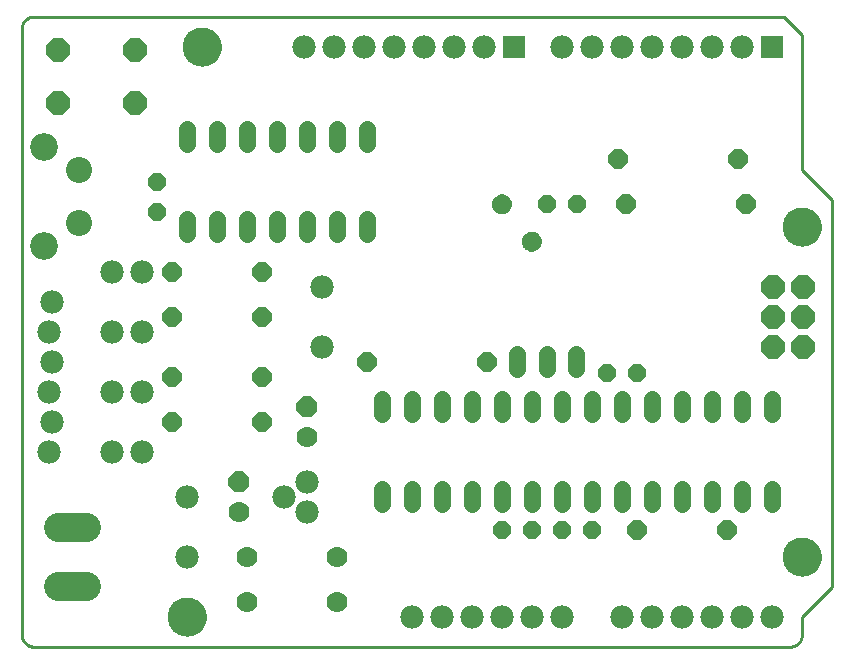
<source format=gbs>
G75*
%MOIN*%
%OFA0B0*%
%FSLAX25Y25*%
%IPPOS*%
%LPD*%
%AMOC8*
5,1,8,0,0,1.08239X$1,22.5*
%
%ADD10C,0.01000*%
%ADD11C,0.00000*%
%ADD12C,0.12998*%
%ADD13C,0.07800*%
%ADD14R,0.07800X0.07800*%
%ADD15OC8,0.07800*%
%ADD16C,0.05600*%
%ADD17OC8,0.06400*%
%ADD18C,0.07000*%
%ADD19OC8,0.07000*%
%ADD20OC8,0.06000*%
%ADD21C,0.00500*%
%ADD22C,0.09770*%
%ADD23OC8,0.07900*%
%ADD24C,0.08697*%
%ADD25C,0.09258*%
%ADD26C,0.03746*%
D10*
X0006695Y0005737D02*
X0006695Y0207863D01*
X0006697Y0207987D01*
X0006703Y0208110D01*
X0006712Y0208234D01*
X0006726Y0208356D01*
X0006743Y0208479D01*
X0006765Y0208601D01*
X0006790Y0208722D01*
X0006819Y0208842D01*
X0006851Y0208961D01*
X0006888Y0209080D01*
X0006928Y0209197D01*
X0006971Y0209312D01*
X0007019Y0209427D01*
X0007070Y0209539D01*
X0007124Y0209650D01*
X0007182Y0209760D01*
X0007243Y0209867D01*
X0007308Y0209973D01*
X0007376Y0210076D01*
X0007447Y0210177D01*
X0007521Y0210276D01*
X0007598Y0210373D01*
X0007679Y0210467D01*
X0007762Y0210558D01*
X0007848Y0210647D01*
X0007937Y0210733D01*
X0008028Y0210816D01*
X0008122Y0210897D01*
X0008219Y0210974D01*
X0008318Y0211048D01*
X0008419Y0211119D01*
X0008522Y0211187D01*
X0008628Y0211252D01*
X0008735Y0211313D01*
X0008845Y0211371D01*
X0008956Y0211425D01*
X0009068Y0211476D01*
X0009183Y0211524D01*
X0009298Y0211567D01*
X0009415Y0211607D01*
X0009534Y0211644D01*
X0009653Y0211676D01*
X0009773Y0211705D01*
X0009894Y0211730D01*
X0010016Y0211752D01*
X0010139Y0211769D01*
X0010261Y0211783D01*
X0010385Y0211792D01*
X0010508Y0211798D01*
X0010632Y0211800D01*
X0260695Y0211800D01*
X0266695Y0205800D01*
X0266695Y0160800D01*
X0276695Y0150800D01*
X0276695Y0021800D01*
X0266695Y0011800D01*
X0266695Y0005737D01*
X0266693Y0005613D01*
X0266687Y0005490D01*
X0266678Y0005366D01*
X0266664Y0005244D01*
X0266647Y0005121D01*
X0266625Y0004999D01*
X0266600Y0004878D01*
X0266571Y0004758D01*
X0266539Y0004639D01*
X0266502Y0004520D01*
X0266462Y0004403D01*
X0266419Y0004288D01*
X0266371Y0004173D01*
X0266320Y0004061D01*
X0266266Y0003950D01*
X0266208Y0003840D01*
X0266147Y0003733D01*
X0266082Y0003627D01*
X0266014Y0003524D01*
X0265943Y0003423D01*
X0265869Y0003324D01*
X0265792Y0003227D01*
X0265711Y0003133D01*
X0265628Y0003042D01*
X0265542Y0002953D01*
X0265453Y0002867D01*
X0265362Y0002784D01*
X0265268Y0002703D01*
X0265171Y0002626D01*
X0265072Y0002552D01*
X0264971Y0002481D01*
X0264868Y0002413D01*
X0264762Y0002348D01*
X0264655Y0002287D01*
X0264545Y0002229D01*
X0264434Y0002175D01*
X0264322Y0002124D01*
X0264207Y0002076D01*
X0264092Y0002033D01*
X0263975Y0001993D01*
X0263856Y0001956D01*
X0263737Y0001924D01*
X0263617Y0001895D01*
X0263496Y0001870D01*
X0263374Y0001848D01*
X0263251Y0001831D01*
X0263129Y0001817D01*
X0263005Y0001808D01*
X0262882Y0001802D01*
X0262758Y0001800D01*
X0010632Y0001800D01*
X0010508Y0001802D01*
X0010385Y0001808D01*
X0010261Y0001817D01*
X0010139Y0001831D01*
X0010016Y0001848D01*
X0009894Y0001870D01*
X0009773Y0001895D01*
X0009653Y0001924D01*
X0009534Y0001956D01*
X0009415Y0001993D01*
X0009298Y0002033D01*
X0009183Y0002076D01*
X0009068Y0002124D01*
X0008956Y0002175D01*
X0008845Y0002229D01*
X0008735Y0002287D01*
X0008628Y0002348D01*
X0008522Y0002413D01*
X0008419Y0002481D01*
X0008318Y0002552D01*
X0008219Y0002626D01*
X0008122Y0002703D01*
X0008028Y0002784D01*
X0007937Y0002867D01*
X0007848Y0002953D01*
X0007762Y0003042D01*
X0007679Y0003133D01*
X0007598Y0003227D01*
X0007521Y0003324D01*
X0007447Y0003423D01*
X0007376Y0003524D01*
X0007308Y0003627D01*
X0007243Y0003733D01*
X0007182Y0003840D01*
X0007124Y0003950D01*
X0007070Y0004061D01*
X0007019Y0004173D01*
X0006971Y0004288D01*
X0006928Y0004403D01*
X0006888Y0004520D01*
X0006851Y0004639D01*
X0006819Y0004758D01*
X0006790Y0004878D01*
X0006765Y0004999D01*
X0006743Y0005121D01*
X0006726Y0005244D01*
X0006712Y0005366D01*
X0006703Y0005490D01*
X0006697Y0005613D01*
X0006695Y0005737D01*
D11*
X0055396Y0011800D02*
X0055398Y0011958D01*
X0055404Y0012116D01*
X0055414Y0012274D01*
X0055428Y0012432D01*
X0055446Y0012589D01*
X0055467Y0012746D01*
X0055493Y0012902D01*
X0055523Y0013058D01*
X0055556Y0013213D01*
X0055594Y0013366D01*
X0055635Y0013519D01*
X0055680Y0013671D01*
X0055729Y0013822D01*
X0055782Y0013971D01*
X0055838Y0014119D01*
X0055898Y0014265D01*
X0055962Y0014410D01*
X0056030Y0014553D01*
X0056101Y0014695D01*
X0056175Y0014835D01*
X0056253Y0014972D01*
X0056335Y0015108D01*
X0056419Y0015242D01*
X0056508Y0015373D01*
X0056599Y0015502D01*
X0056694Y0015629D01*
X0056791Y0015754D01*
X0056892Y0015876D01*
X0056996Y0015995D01*
X0057103Y0016112D01*
X0057213Y0016226D01*
X0057326Y0016337D01*
X0057441Y0016446D01*
X0057559Y0016551D01*
X0057680Y0016653D01*
X0057803Y0016753D01*
X0057929Y0016849D01*
X0058057Y0016942D01*
X0058187Y0017032D01*
X0058320Y0017118D01*
X0058455Y0017202D01*
X0058591Y0017281D01*
X0058730Y0017358D01*
X0058871Y0017430D01*
X0059013Y0017500D01*
X0059157Y0017565D01*
X0059303Y0017627D01*
X0059450Y0017685D01*
X0059599Y0017740D01*
X0059749Y0017791D01*
X0059900Y0017838D01*
X0060052Y0017881D01*
X0060205Y0017920D01*
X0060360Y0017956D01*
X0060515Y0017987D01*
X0060671Y0018015D01*
X0060827Y0018039D01*
X0060984Y0018059D01*
X0061142Y0018075D01*
X0061299Y0018087D01*
X0061458Y0018095D01*
X0061616Y0018099D01*
X0061774Y0018099D01*
X0061932Y0018095D01*
X0062091Y0018087D01*
X0062248Y0018075D01*
X0062406Y0018059D01*
X0062563Y0018039D01*
X0062719Y0018015D01*
X0062875Y0017987D01*
X0063030Y0017956D01*
X0063185Y0017920D01*
X0063338Y0017881D01*
X0063490Y0017838D01*
X0063641Y0017791D01*
X0063791Y0017740D01*
X0063940Y0017685D01*
X0064087Y0017627D01*
X0064233Y0017565D01*
X0064377Y0017500D01*
X0064519Y0017430D01*
X0064660Y0017358D01*
X0064799Y0017281D01*
X0064935Y0017202D01*
X0065070Y0017118D01*
X0065203Y0017032D01*
X0065333Y0016942D01*
X0065461Y0016849D01*
X0065587Y0016753D01*
X0065710Y0016653D01*
X0065831Y0016551D01*
X0065949Y0016446D01*
X0066064Y0016337D01*
X0066177Y0016226D01*
X0066287Y0016112D01*
X0066394Y0015995D01*
X0066498Y0015876D01*
X0066599Y0015754D01*
X0066696Y0015629D01*
X0066791Y0015502D01*
X0066882Y0015373D01*
X0066971Y0015242D01*
X0067055Y0015108D01*
X0067137Y0014972D01*
X0067215Y0014835D01*
X0067289Y0014695D01*
X0067360Y0014553D01*
X0067428Y0014410D01*
X0067492Y0014265D01*
X0067552Y0014119D01*
X0067608Y0013971D01*
X0067661Y0013822D01*
X0067710Y0013671D01*
X0067755Y0013519D01*
X0067796Y0013366D01*
X0067834Y0013213D01*
X0067867Y0013058D01*
X0067897Y0012902D01*
X0067923Y0012746D01*
X0067944Y0012589D01*
X0067962Y0012432D01*
X0067976Y0012274D01*
X0067986Y0012116D01*
X0067992Y0011958D01*
X0067994Y0011800D01*
X0067992Y0011642D01*
X0067986Y0011484D01*
X0067976Y0011326D01*
X0067962Y0011168D01*
X0067944Y0011011D01*
X0067923Y0010854D01*
X0067897Y0010698D01*
X0067867Y0010542D01*
X0067834Y0010387D01*
X0067796Y0010234D01*
X0067755Y0010081D01*
X0067710Y0009929D01*
X0067661Y0009778D01*
X0067608Y0009629D01*
X0067552Y0009481D01*
X0067492Y0009335D01*
X0067428Y0009190D01*
X0067360Y0009047D01*
X0067289Y0008905D01*
X0067215Y0008765D01*
X0067137Y0008628D01*
X0067055Y0008492D01*
X0066971Y0008358D01*
X0066882Y0008227D01*
X0066791Y0008098D01*
X0066696Y0007971D01*
X0066599Y0007846D01*
X0066498Y0007724D01*
X0066394Y0007605D01*
X0066287Y0007488D01*
X0066177Y0007374D01*
X0066064Y0007263D01*
X0065949Y0007154D01*
X0065831Y0007049D01*
X0065710Y0006947D01*
X0065587Y0006847D01*
X0065461Y0006751D01*
X0065333Y0006658D01*
X0065203Y0006568D01*
X0065070Y0006482D01*
X0064935Y0006398D01*
X0064799Y0006319D01*
X0064660Y0006242D01*
X0064519Y0006170D01*
X0064377Y0006100D01*
X0064233Y0006035D01*
X0064087Y0005973D01*
X0063940Y0005915D01*
X0063791Y0005860D01*
X0063641Y0005809D01*
X0063490Y0005762D01*
X0063338Y0005719D01*
X0063185Y0005680D01*
X0063030Y0005644D01*
X0062875Y0005613D01*
X0062719Y0005585D01*
X0062563Y0005561D01*
X0062406Y0005541D01*
X0062248Y0005525D01*
X0062091Y0005513D01*
X0061932Y0005505D01*
X0061774Y0005501D01*
X0061616Y0005501D01*
X0061458Y0005505D01*
X0061299Y0005513D01*
X0061142Y0005525D01*
X0060984Y0005541D01*
X0060827Y0005561D01*
X0060671Y0005585D01*
X0060515Y0005613D01*
X0060360Y0005644D01*
X0060205Y0005680D01*
X0060052Y0005719D01*
X0059900Y0005762D01*
X0059749Y0005809D01*
X0059599Y0005860D01*
X0059450Y0005915D01*
X0059303Y0005973D01*
X0059157Y0006035D01*
X0059013Y0006100D01*
X0058871Y0006170D01*
X0058730Y0006242D01*
X0058591Y0006319D01*
X0058455Y0006398D01*
X0058320Y0006482D01*
X0058187Y0006568D01*
X0058057Y0006658D01*
X0057929Y0006751D01*
X0057803Y0006847D01*
X0057680Y0006947D01*
X0057559Y0007049D01*
X0057441Y0007154D01*
X0057326Y0007263D01*
X0057213Y0007374D01*
X0057103Y0007488D01*
X0056996Y0007605D01*
X0056892Y0007724D01*
X0056791Y0007846D01*
X0056694Y0007971D01*
X0056599Y0008098D01*
X0056508Y0008227D01*
X0056419Y0008358D01*
X0056335Y0008492D01*
X0056253Y0008628D01*
X0056175Y0008765D01*
X0056101Y0008905D01*
X0056030Y0009047D01*
X0055962Y0009190D01*
X0055898Y0009335D01*
X0055838Y0009481D01*
X0055782Y0009629D01*
X0055729Y0009778D01*
X0055680Y0009929D01*
X0055635Y0010081D01*
X0055594Y0010234D01*
X0055556Y0010387D01*
X0055523Y0010542D01*
X0055493Y0010698D01*
X0055467Y0010854D01*
X0055446Y0011011D01*
X0055428Y0011168D01*
X0055414Y0011326D01*
X0055404Y0011484D01*
X0055398Y0011642D01*
X0055396Y0011800D01*
X0023940Y0143040D02*
X0023942Y0143121D01*
X0023948Y0143203D01*
X0023958Y0143284D01*
X0023972Y0143364D01*
X0023989Y0143443D01*
X0024011Y0143522D01*
X0024036Y0143599D01*
X0024065Y0143676D01*
X0024098Y0143750D01*
X0024135Y0143823D01*
X0024174Y0143894D01*
X0024218Y0143963D01*
X0024264Y0144030D01*
X0024314Y0144094D01*
X0024367Y0144156D01*
X0024423Y0144216D01*
X0024481Y0144272D01*
X0024543Y0144326D01*
X0024607Y0144377D01*
X0024673Y0144424D01*
X0024741Y0144468D01*
X0024812Y0144509D01*
X0024884Y0144546D01*
X0024959Y0144580D01*
X0025034Y0144610D01*
X0025112Y0144636D01*
X0025190Y0144659D01*
X0025269Y0144677D01*
X0025349Y0144692D01*
X0025430Y0144703D01*
X0025511Y0144710D01*
X0025593Y0144713D01*
X0025674Y0144712D01*
X0025755Y0144707D01*
X0025836Y0144698D01*
X0025917Y0144685D01*
X0025997Y0144668D01*
X0026075Y0144648D01*
X0026153Y0144623D01*
X0026230Y0144595D01*
X0026305Y0144563D01*
X0026378Y0144528D01*
X0026449Y0144489D01*
X0026519Y0144446D01*
X0026586Y0144401D01*
X0026652Y0144352D01*
X0026714Y0144300D01*
X0026774Y0144244D01*
X0026831Y0144186D01*
X0026886Y0144126D01*
X0026937Y0144062D01*
X0026985Y0143997D01*
X0027030Y0143929D01*
X0027072Y0143859D01*
X0027110Y0143787D01*
X0027145Y0143713D01*
X0027176Y0143638D01*
X0027203Y0143561D01*
X0027226Y0143483D01*
X0027246Y0143404D01*
X0027262Y0143324D01*
X0027274Y0143243D01*
X0027282Y0143162D01*
X0027286Y0143081D01*
X0027286Y0142999D01*
X0027282Y0142918D01*
X0027274Y0142837D01*
X0027262Y0142756D01*
X0027246Y0142676D01*
X0027226Y0142597D01*
X0027203Y0142519D01*
X0027176Y0142442D01*
X0027145Y0142367D01*
X0027110Y0142293D01*
X0027072Y0142221D01*
X0027030Y0142151D01*
X0026985Y0142083D01*
X0026937Y0142018D01*
X0026886Y0141954D01*
X0026831Y0141894D01*
X0026774Y0141836D01*
X0026714Y0141780D01*
X0026652Y0141728D01*
X0026586Y0141679D01*
X0026519Y0141634D01*
X0026450Y0141591D01*
X0026378Y0141552D01*
X0026305Y0141517D01*
X0026230Y0141485D01*
X0026153Y0141457D01*
X0026075Y0141432D01*
X0025997Y0141412D01*
X0025917Y0141395D01*
X0025836Y0141382D01*
X0025755Y0141373D01*
X0025674Y0141368D01*
X0025593Y0141367D01*
X0025511Y0141370D01*
X0025430Y0141377D01*
X0025349Y0141388D01*
X0025269Y0141403D01*
X0025190Y0141421D01*
X0025112Y0141444D01*
X0025034Y0141470D01*
X0024959Y0141500D01*
X0024884Y0141534D01*
X0024812Y0141571D01*
X0024741Y0141612D01*
X0024673Y0141656D01*
X0024607Y0141703D01*
X0024543Y0141754D01*
X0024481Y0141808D01*
X0024423Y0141864D01*
X0024367Y0141924D01*
X0024314Y0141986D01*
X0024264Y0142050D01*
X0024218Y0142117D01*
X0024174Y0142186D01*
X0024135Y0142257D01*
X0024098Y0142330D01*
X0024065Y0142404D01*
X0024036Y0142481D01*
X0024011Y0142558D01*
X0023989Y0142637D01*
X0023972Y0142716D01*
X0023958Y0142796D01*
X0023948Y0142877D01*
X0023942Y0142959D01*
X0023940Y0143040D01*
X0023940Y0160560D02*
X0023942Y0160641D01*
X0023948Y0160723D01*
X0023958Y0160804D01*
X0023972Y0160884D01*
X0023989Y0160963D01*
X0024011Y0161042D01*
X0024036Y0161119D01*
X0024065Y0161196D01*
X0024098Y0161270D01*
X0024135Y0161343D01*
X0024174Y0161414D01*
X0024218Y0161483D01*
X0024264Y0161550D01*
X0024314Y0161614D01*
X0024367Y0161676D01*
X0024423Y0161736D01*
X0024481Y0161792D01*
X0024543Y0161846D01*
X0024607Y0161897D01*
X0024673Y0161944D01*
X0024741Y0161988D01*
X0024812Y0162029D01*
X0024884Y0162066D01*
X0024959Y0162100D01*
X0025034Y0162130D01*
X0025112Y0162156D01*
X0025190Y0162179D01*
X0025269Y0162197D01*
X0025349Y0162212D01*
X0025430Y0162223D01*
X0025511Y0162230D01*
X0025593Y0162233D01*
X0025674Y0162232D01*
X0025755Y0162227D01*
X0025836Y0162218D01*
X0025917Y0162205D01*
X0025997Y0162188D01*
X0026075Y0162168D01*
X0026153Y0162143D01*
X0026230Y0162115D01*
X0026305Y0162083D01*
X0026378Y0162048D01*
X0026449Y0162009D01*
X0026519Y0161966D01*
X0026586Y0161921D01*
X0026652Y0161872D01*
X0026714Y0161820D01*
X0026774Y0161764D01*
X0026831Y0161706D01*
X0026886Y0161646D01*
X0026937Y0161582D01*
X0026985Y0161517D01*
X0027030Y0161449D01*
X0027072Y0161379D01*
X0027110Y0161307D01*
X0027145Y0161233D01*
X0027176Y0161158D01*
X0027203Y0161081D01*
X0027226Y0161003D01*
X0027246Y0160924D01*
X0027262Y0160844D01*
X0027274Y0160763D01*
X0027282Y0160682D01*
X0027286Y0160601D01*
X0027286Y0160519D01*
X0027282Y0160438D01*
X0027274Y0160357D01*
X0027262Y0160276D01*
X0027246Y0160196D01*
X0027226Y0160117D01*
X0027203Y0160039D01*
X0027176Y0159962D01*
X0027145Y0159887D01*
X0027110Y0159813D01*
X0027072Y0159741D01*
X0027030Y0159671D01*
X0026985Y0159603D01*
X0026937Y0159538D01*
X0026886Y0159474D01*
X0026831Y0159414D01*
X0026774Y0159356D01*
X0026714Y0159300D01*
X0026652Y0159248D01*
X0026586Y0159199D01*
X0026519Y0159154D01*
X0026450Y0159111D01*
X0026378Y0159072D01*
X0026305Y0159037D01*
X0026230Y0159005D01*
X0026153Y0158977D01*
X0026075Y0158952D01*
X0025997Y0158932D01*
X0025917Y0158915D01*
X0025836Y0158902D01*
X0025755Y0158893D01*
X0025674Y0158888D01*
X0025593Y0158887D01*
X0025511Y0158890D01*
X0025430Y0158897D01*
X0025349Y0158908D01*
X0025269Y0158923D01*
X0025190Y0158941D01*
X0025112Y0158964D01*
X0025034Y0158990D01*
X0024959Y0159020D01*
X0024884Y0159054D01*
X0024812Y0159091D01*
X0024741Y0159132D01*
X0024673Y0159176D01*
X0024607Y0159223D01*
X0024543Y0159274D01*
X0024481Y0159328D01*
X0024423Y0159384D01*
X0024367Y0159444D01*
X0024314Y0159506D01*
X0024264Y0159570D01*
X0024218Y0159637D01*
X0024174Y0159706D01*
X0024135Y0159777D01*
X0024098Y0159850D01*
X0024065Y0159924D01*
X0024036Y0160001D01*
X0024011Y0160078D01*
X0023989Y0160157D01*
X0023972Y0160236D01*
X0023958Y0160316D01*
X0023948Y0160397D01*
X0023942Y0160479D01*
X0023940Y0160560D01*
X0060396Y0201800D02*
X0060398Y0201958D01*
X0060404Y0202116D01*
X0060414Y0202274D01*
X0060428Y0202432D01*
X0060446Y0202589D01*
X0060467Y0202746D01*
X0060493Y0202902D01*
X0060523Y0203058D01*
X0060556Y0203213D01*
X0060594Y0203366D01*
X0060635Y0203519D01*
X0060680Y0203671D01*
X0060729Y0203822D01*
X0060782Y0203971D01*
X0060838Y0204119D01*
X0060898Y0204265D01*
X0060962Y0204410D01*
X0061030Y0204553D01*
X0061101Y0204695D01*
X0061175Y0204835D01*
X0061253Y0204972D01*
X0061335Y0205108D01*
X0061419Y0205242D01*
X0061508Y0205373D01*
X0061599Y0205502D01*
X0061694Y0205629D01*
X0061791Y0205754D01*
X0061892Y0205876D01*
X0061996Y0205995D01*
X0062103Y0206112D01*
X0062213Y0206226D01*
X0062326Y0206337D01*
X0062441Y0206446D01*
X0062559Y0206551D01*
X0062680Y0206653D01*
X0062803Y0206753D01*
X0062929Y0206849D01*
X0063057Y0206942D01*
X0063187Y0207032D01*
X0063320Y0207118D01*
X0063455Y0207202D01*
X0063591Y0207281D01*
X0063730Y0207358D01*
X0063871Y0207430D01*
X0064013Y0207500D01*
X0064157Y0207565D01*
X0064303Y0207627D01*
X0064450Y0207685D01*
X0064599Y0207740D01*
X0064749Y0207791D01*
X0064900Y0207838D01*
X0065052Y0207881D01*
X0065205Y0207920D01*
X0065360Y0207956D01*
X0065515Y0207987D01*
X0065671Y0208015D01*
X0065827Y0208039D01*
X0065984Y0208059D01*
X0066142Y0208075D01*
X0066299Y0208087D01*
X0066458Y0208095D01*
X0066616Y0208099D01*
X0066774Y0208099D01*
X0066932Y0208095D01*
X0067091Y0208087D01*
X0067248Y0208075D01*
X0067406Y0208059D01*
X0067563Y0208039D01*
X0067719Y0208015D01*
X0067875Y0207987D01*
X0068030Y0207956D01*
X0068185Y0207920D01*
X0068338Y0207881D01*
X0068490Y0207838D01*
X0068641Y0207791D01*
X0068791Y0207740D01*
X0068940Y0207685D01*
X0069087Y0207627D01*
X0069233Y0207565D01*
X0069377Y0207500D01*
X0069519Y0207430D01*
X0069660Y0207358D01*
X0069799Y0207281D01*
X0069935Y0207202D01*
X0070070Y0207118D01*
X0070203Y0207032D01*
X0070333Y0206942D01*
X0070461Y0206849D01*
X0070587Y0206753D01*
X0070710Y0206653D01*
X0070831Y0206551D01*
X0070949Y0206446D01*
X0071064Y0206337D01*
X0071177Y0206226D01*
X0071287Y0206112D01*
X0071394Y0205995D01*
X0071498Y0205876D01*
X0071599Y0205754D01*
X0071696Y0205629D01*
X0071791Y0205502D01*
X0071882Y0205373D01*
X0071971Y0205242D01*
X0072055Y0205108D01*
X0072137Y0204972D01*
X0072215Y0204835D01*
X0072289Y0204695D01*
X0072360Y0204553D01*
X0072428Y0204410D01*
X0072492Y0204265D01*
X0072552Y0204119D01*
X0072608Y0203971D01*
X0072661Y0203822D01*
X0072710Y0203671D01*
X0072755Y0203519D01*
X0072796Y0203366D01*
X0072834Y0203213D01*
X0072867Y0203058D01*
X0072897Y0202902D01*
X0072923Y0202746D01*
X0072944Y0202589D01*
X0072962Y0202432D01*
X0072976Y0202274D01*
X0072986Y0202116D01*
X0072992Y0201958D01*
X0072994Y0201800D01*
X0072992Y0201642D01*
X0072986Y0201484D01*
X0072976Y0201326D01*
X0072962Y0201168D01*
X0072944Y0201011D01*
X0072923Y0200854D01*
X0072897Y0200698D01*
X0072867Y0200542D01*
X0072834Y0200387D01*
X0072796Y0200234D01*
X0072755Y0200081D01*
X0072710Y0199929D01*
X0072661Y0199778D01*
X0072608Y0199629D01*
X0072552Y0199481D01*
X0072492Y0199335D01*
X0072428Y0199190D01*
X0072360Y0199047D01*
X0072289Y0198905D01*
X0072215Y0198765D01*
X0072137Y0198628D01*
X0072055Y0198492D01*
X0071971Y0198358D01*
X0071882Y0198227D01*
X0071791Y0198098D01*
X0071696Y0197971D01*
X0071599Y0197846D01*
X0071498Y0197724D01*
X0071394Y0197605D01*
X0071287Y0197488D01*
X0071177Y0197374D01*
X0071064Y0197263D01*
X0070949Y0197154D01*
X0070831Y0197049D01*
X0070710Y0196947D01*
X0070587Y0196847D01*
X0070461Y0196751D01*
X0070333Y0196658D01*
X0070203Y0196568D01*
X0070070Y0196482D01*
X0069935Y0196398D01*
X0069799Y0196319D01*
X0069660Y0196242D01*
X0069519Y0196170D01*
X0069377Y0196100D01*
X0069233Y0196035D01*
X0069087Y0195973D01*
X0068940Y0195915D01*
X0068791Y0195860D01*
X0068641Y0195809D01*
X0068490Y0195762D01*
X0068338Y0195719D01*
X0068185Y0195680D01*
X0068030Y0195644D01*
X0067875Y0195613D01*
X0067719Y0195585D01*
X0067563Y0195561D01*
X0067406Y0195541D01*
X0067248Y0195525D01*
X0067091Y0195513D01*
X0066932Y0195505D01*
X0066774Y0195501D01*
X0066616Y0195501D01*
X0066458Y0195505D01*
X0066299Y0195513D01*
X0066142Y0195525D01*
X0065984Y0195541D01*
X0065827Y0195561D01*
X0065671Y0195585D01*
X0065515Y0195613D01*
X0065360Y0195644D01*
X0065205Y0195680D01*
X0065052Y0195719D01*
X0064900Y0195762D01*
X0064749Y0195809D01*
X0064599Y0195860D01*
X0064450Y0195915D01*
X0064303Y0195973D01*
X0064157Y0196035D01*
X0064013Y0196100D01*
X0063871Y0196170D01*
X0063730Y0196242D01*
X0063591Y0196319D01*
X0063455Y0196398D01*
X0063320Y0196482D01*
X0063187Y0196568D01*
X0063057Y0196658D01*
X0062929Y0196751D01*
X0062803Y0196847D01*
X0062680Y0196947D01*
X0062559Y0197049D01*
X0062441Y0197154D01*
X0062326Y0197263D01*
X0062213Y0197374D01*
X0062103Y0197488D01*
X0061996Y0197605D01*
X0061892Y0197724D01*
X0061791Y0197846D01*
X0061694Y0197971D01*
X0061599Y0198098D01*
X0061508Y0198227D01*
X0061419Y0198358D01*
X0061335Y0198492D01*
X0061253Y0198628D01*
X0061175Y0198765D01*
X0061101Y0198905D01*
X0061030Y0199047D01*
X0060962Y0199190D01*
X0060898Y0199335D01*
X0060838Y0199481D01*
X0060782Y0199629D01*
X0060729Y0199778D01*
X0060680Y0199929D01*
X0060635Y0200081D01*
X0060594Y0200234D01*
X0060556Y0200387D01*
X0060523Y0200542D01*
X0060493Y0200698D01*
X0060467Y0200854D01*
X0060446Y0201011D01*
X0060428Y0201168D01*
X0060414Y0201326D01*
X0060404Y0201484D01*
X0060398Y0201642D01*
X0060396Y0201800D01*
X0260396Y0141800D02*
X0260398Y0141958D01*
X0260404Y0142116D01*
X0260414Y0142274D01*
X0260428Y0142432D01*
X0260446Y0142589D01*
X0260467Y0142746D01*
X0260493Y0142902D01*
X0260523Y0143058D01*
X0260556Y0143213D01*
X0260594Y0143366D01*
X0260635Y0143519D01*
X0260680Y0143671D01*
X0260729Y0143822D01*
X0260782Y0143971D01*
X0260838Y0144119D01*
X0260898Y0144265D01*
X0260962Y0144410D01*
X0261030Y0144553D01*
X0261101Y0144695D01*
X0261175Y0144835D01*
X0261253Y0144972D01*
X0261335Y0145108D01*
X0261419Y0145242D01*
X0261508Y0145373D01*
X0261599Y0145502D01*
X0261694Y0145629D01*
X0261791Y0145754D01*
X0261892Y0145876D01*
X0261996Y0145995D01*
X0262103Y0146112D01*
X0262213Y0146226D01*
X0262326Y0146337D01*
X0262441Y0146446D01*
X0262559Y0146551D01*
X0262680Y0146653D01*
X0262803Y0146753D01*
X0262929Y0146849D01*
X0263057Y0146942D01*
X0263187Y0147032D01*
X0263320Y0147118D01*
X0263455Y0147202D01*
X0263591Y0147281D01*
X0263730Y0147358D01*
X0263871Y0147430D01*
X0264013Y0147500D01*
X0264157Y0147565D01*
X0264303Y0147627D01*
X0264450Y0147685D01*
X0264599Y0147740D01*
X0264749Y0147791D01*
X0264900Y0147838D01*
X0265052Y0147881D01*
X0265205Y0147920D01*
X0265360Y0147956D01*
X0265515Y0147987D01*
X0265671Y0148015D01*
X0265827Y0148039D01*
X0265984Y0148059D01*
X0266142Y0148075D01*
X0266299Y0148087D01*
X0266458Y0148095D01*
X0266616Y0148099D01*
X0266774Y0148099D01*
X0266932Y0148095D01*
X0267091Y0148087D01*
X0267248Y0148075D01*
X0267406Y0148059D01*
X0267563Y0148039D01*
X0267719Y0148015D01*
X0267875Y0147987D01*
X0268030Y0147956D01*
X0268185Y0147920D01*
X0268338Y0147881D01*
X0268490Y0147838D01*
X0268641Y0147791D01*
X0268791Y0147740D01*
X0268940Y0147685D01*
X0269087Y0147627D01*
X0269233Y0147565D01*
X0269377Y0147500D01*
X0269519Y0147430D01*
X0269660Y0147358D01*
X0269799Y0147281D01*
X0269935Y0147202D01*
X0270070Y0147118D01*
X0270203Y0147032D01*
X0270333Y0146942D01*
X0270461Y0146849D01*
X0270587Y0146753D01*
X0270710Y0146653D01*
X0270831Y0146551D01*
X0270949Y0146446D01*
X0271064Y0146337D01*
X0271177Y0146226D01*
X0271287Y0146112D01*
X0271394Y0145995D01*
X0271498Y0145876D01*
X0271599Y0145754D01*
X0271696Y0145629D01*
X0271791Y0145502D01*
X0271882Y0145373D01*
X0271971Y0145242D01*
X0272055Y0145108D01*
X0272137Y0144972D01*
X0272215Y0144835D01*
X0272289Y0144695D01*
X0272360Y0144553D01*
X0272428Y0144410D01*
X0272492Y0144265D01*
X0272552Y0144119D01*
X0272608Y0143971D01*
X0272661Y0143822D01*
X0272710Y0143671D01*
X0272755Y0143519D01*
X0272796Y0143366D01*
X0272834Y0143213D01*
X0272867Y0143058D01*
X0272897Y0142902D01*
X0272923Y0142746D01*
X0272944Y0142589D01*
X0272962Y0142432D01*
X0272976Y0142274D01*
X0272986Y0142116D01*
X0272992Y0141958D01*
X0272994Y0141800D01*
X0272992Y0141642D01*
X0272986Y0141484D01*
X0272976Y0141326D01*
X0272962Y0141168D01*
X0272944Y0141011D01*
X0272923Y0140854D01*
X0272897Y0140698D01*
X0272867Y0140542D01*
X0272834Y0140387D01*
X0272796Y0140234D01*
X0272755Y0140081D01*
X0272710Y0139929D01*
X0272661Y0139778D01*
X0272608Y0139629D01*
X0272552Y0139481D01*
X0272492Y0139335D01*
X0272428Y0139190D01*
X0272360Y0139047D01*
X0272289Y0138905D01*
X0272215Y0138765D01*
X0272137Y0138628D01*
X0272055Y0138492D01*
X0271971Y0138358D01*
X0271882Y0138227D01*
X0271791Y0138098D01*
X0271696Y0137971D01*
X0271599Y0137846D01*
X0271498Y0137724D01*
X0271394Y0137605D01*
X0271287Y0137488D01*
X0271177Y0137374D01*
X0271064Y0137263D01*
X0270949Y0137154D01*
X0270831Y0137049D01*
X0270710Y0136947D01*
X0270587Y0136847D01*
X0270461Y0136751D01*
X0270333Y0136658D01*
X0270203Y0136568D01*
X0270070Y0136482D01*
X0269935Y0136398D01*
X0269799Y0136319D01*
X0269660Y0136242D01*
X0269519Y0136170D01*
X0269377Y0136100D01*
X0269233Y0136035D01*
X0269087Y0135973D01*
X0268940Y0135915D01*
X0268791Y0135860D01*
X0268641Y0135809D01*
X0268490Y0135762D01*
X0268338Y0135719D01*
X0268185Y0135680D01*
X0268030Y0135644D01*
X0267875Y0135613D01*
X0267719Y0135585D01*
X0267563Y0135561D01*
X0267406Y0135541D01*
X0267248Y0135525D01*
X0267091Y0135513D01*
X0266932Y0135505D01*
X0266774Y0135501D01*
X0266616Y0135501D01*
X0266458Y0135505D01*
X0266299Y0135513D01*
X0266142Y0135525D01*
X0265984Y0135541D01*
X0265827Y0135561D01*
X0265671Y0135585D01*
X0265515Y0135613D01*
X0265360Y0135644D01*
X0265205Y0135680D01*
X0265052Y0135719D01*
X0264900Y0135762D01*
X0264749Y0135809D01*
X0264599Y0135860D01*
X0264450Y0135915D01*
X0264303Y0135973D01*
X0264157Y0136035D01*
X0264013Y0136100D01*
X0263871Y0136170D01*
X0263730Y0136242D01*
X0263591Y0136319D01*
X0263455Y0136398D01*
X0263320Y0136482D01*
X0263187Y0136568D01*
X0263057Y0136658D01*
X0262929Y0136751D01*
X0262803Y0136847D01*
X0262680Y0136947D01*
X0262559Y0137049D01*
X0262441Y0137154D01*
X0262326Y0137263D01*
X0262213Y0137374D01*
X0262103Y0137488D01*
X0261996Y0137605D01*
X0261892Y0137724D01*
X0261791Y0137846D01*
X0261694Y0137971D01*
X0261599Y0138098D01*
X0261508Y0138227D01*
X0261419Y0138358D01*
X0261335Y0138492D01*
X0261253Y0138628D01*
X0261175Y0138765D01*
X0261101Y0138905D01*
X0261030Y0139047D01*
X0260962Y0139190D01*
X0260898Y0139335D01*
X0260838Y0139481D01*
X0260782Y0139629D01*
X0260729Y0139778D01*
X0260680Y0139929D01*
X0260635Y0140081D01*
X0260594Y0140234D01*
X0260556Y0140387D01*
X0260523Y0140542D01*
X0260493Y0140698D01*
X0260467Y0140854D01*
X0260446Y0141011D01*
X0260428Y0141168D01*
X0260414Y0141326D01*
X0260404Y0141484D01*
X0260398Y0141642D01*
X0260396Y0141800D01*
X0260396Y0031800D02*
X0260398Y0031958D01*
X0260404Y0032116D01*
X0260414Y0032274D01*
X0260428Y0032432D01*
X0260446Y0032589D01*
X0260467Y0032746D01*
X0260493Y0032902D01*
X0260523Y0033058D01*
X0260556Y0033213D01*
X0260594Y0033366D01*
X0260635Y0033519D01*
X0260680Y0033671D01*
X0260729Y0033822D01*
X0260782Y0033971D01*
X0260838Y0034119D01*
X0260898Y0034265D01*
X0260962Y0034410D01*
X0261030Y0034553D01*
X0261101Y0034695D01*
X0261175Y0034835D01*
X0261253Y0034972D01*
X0261335Y0035108D01*
X0261419Y0035242D01*
X0261508Y0035373D01*
X0261599Y0035502D01*
X0261694Y0035629D01*
X0261791Y0035754D01*
X0261892Y0035876D01*
X0261996Y0035995D01*
X0262103Y0036112D01*
X0262213Y0036226D01*
X0262326Y0036337D01*
X0262441Y0036446D01*
X0262559Y0036551D01*
X0262680Y0036653D01*
X0262803Y0036753D01*
X0262929Y0036849D01*
X0263057Y0036942D01*
X0263187Y0037032D01*
X0263320Y0037118D01*
X0263455Y0037202D01*
X0263591Y0037281D01*
X0263730Y0037358D01*
X0263871Y0037430D01*
X0264013Y0037500D01*
X0264157Y0037565D01*
X0264303Y0037627D01*
X0264450Y0037685D01*
X0264599Y0037740D01*
X0264749Y0037791D01*
X0264900Y0037838D01*
X0265052Y0037881D01*
X0265205Y0037920D01*
X0265360Y0037956D01*
X0265515Y0037987D01*
X0265671Y0038015D01*
X0265827Y0038039D01*
X0265984Y0038059D01*
X0266142Y0038075D01*
X0266299Y0038087D01*
X0266458Y0038095D01*
X0266616Y0038099D01*
X0266774Y0038099D01*
X0266932Y0038095D01*
X0267091Y0038087D01*
X0267248Y0038075D01*
X0267406Y0038059D01*
X0267563Y0038039D01*
X0267719Y0038015D01*
X0267875Y0037987D01*
X0268030Y0037956D01*
X0268185Y0037920D01*
X0268338Y0037881D01*
X0268490Y0037838D01*
X0268641Y0037791D01*
X0268791Y0037740D01*
X0268940Y0037685D01*
X0269087Y0037627D01*
X0269233Y0037565D01*
X0269377Y0037500D01*
X0269519Y0037430D01*
X0269660Y0037358D01*
X0269799Y0037281D01*
X0269935Y0037202D01*
X0270070Y0037118D01*
X0270203Y0037032D01*
X0270333Y0036942D01*
X0270461Y0036849D01*
X0270587Y0036753D01*
X0270710Y0036653D01*
X0270831Y0036551D01*
X0270949Y0036446D01*
X0271064Y0036337D01*
X0271177Y0036226D01*
X0271287Y0036112D01*
X0271394Y0035995D01*
X0271498Y0035876D01*
X0271599Y0035754D01*
X0271696Y0035629D01*
X0271791Y0035502D01*
X0271882Y0035373D01*
X0271971Y0035242D01*
X0272055Y0035108D01*
X0272137Y0034972D01*
X0272215Y0034835D01*
X0272289Y0034695D01*
X0272360Y0034553D01*
X0272428Y0034410D01*
X0272492Y0034265D01*
X0272552Y0034119D01*
X0272608Y0033971D01*
X0272661Y0033822D01*
X0272710Y0033671D01*
X0272755Y0033519D01*
X0272796Y0033366D01*
X0272834Y0033213D01*
X0272867Y0033058D01*
X0272897Y0032902D01*
X0272923Y0032746D01*
X0272944Y0032589D01*
X0272962Y0032432D01*
X0272976Y0032274D01*
X0272986Y0032116D01*
X0272992Y0031958D01*
X0272994Y0031800D01*
X0272992Y0031642D01*
X0272986Y0031484D01*
X0272976Y0031326D01*
X0272962Y0031168D01*
X0272944Y0031011D01*
X0272923Y0030854D01*
X0272897Y0030698D01*
X0272867Y0030542D01*
X0272834Y0030387D01*
X0272796Y0030234D01*
X0272755Y0030081D01*
X0272710Y0029929D01*
X0272661Y0029778D01*
X0272608Y0029629D01*
X0272552Y0029481D01*
X0272492Y0029335D01*
X0272428Y0029190D01*
X0272360Y0029047D01*
X0272289Y0028905D01*
X0272215Y0028765D01*
X0272137Y0028628D01*
X0272055Y0028492D01*
X0271971Y0028358D01*
X0271882Y0028227D01*
X0271791Y0028098D01*
X0271696Y0027971D01*
X0271599Y0027846D01*
X0271498Y0027724D01*
X0271394Y0027605D01*
X0271287Y0027488D01*
X0271177Y0027374D01*
X0271064Y0027263D01*
X0270949Y0027154D01*
X0270831Y0027049D01*
X0270710Y0026947D01*
X0270587Y0026847D01*
X0270461Y0026751D01*
X0270333Y0026658D01*
X0270203Y0026568D01*
X0270070Y0026482D01*
X0269935Y0026398D01*
X0269799Y0026319D01*
X0269660Y0026242D01*
X0269519Y0026170D01*
X0269377Y0026100D01*
X0269233Y0026035D01*
X0269087Y0025973D01*
X0268940Y0025915D01*
X0268791Y0025860D01*
X0268641Y0025809D01*
X0268490Y0025762D01*
X0268338Y0025719D01*
X0268185Y0025680D01*
X0268030Y0025644D01*
X0267875Y0025613D01*
X0267719Y0025585D01*
X0267563Y0025561D01*
X0267406Y0025541D01*
X0267248Y0025525D01*
X0267091Y0025513D01*
X0266932Y0025505D01*
X0266774Y0025501D01*
X0266616Y0025501D01*
X0266458Y0025505D01*
X0266299Y0025513D01*
X0266142Y0025525D01*
X0265984Y0025541D01*
X0265827Y0025561D01*
X0265671Y0025585D01*
X0265515Y0025613D01*
X0265360Y0025644D01*
X0265205Y0025680D01*
X0265052Y0025719D01*
X0264900Y0025762D01*
X0264749Y0025809D01*
X0264599Y0025860D01*
X0264450Y0025915D01*
X0264303Y0025973D01*
X0264157Y0026035D01*
X0264013Y0026100D01*
X0263871Y0026170D01*
X0263730Y0026242D01*
X0263591Y0026319D01*
X0263455Y0026398D01*
X0263320Y0026482D01*
X0263187Y0026568D01*
X0263057Y0026658D01*
X0262929Y0026751D01*
X0262803Y0026847D01*
X0262680Y0026947D01*
X0262559Y0027049D01*
X0262441Y0027154D01*
X0262326Y0027263D01*
X0262213Y0027374D01*
X0262103Y0027488D01*
X0261996Y0027605D01*
X0261892Y0027724D01*
X0261791Y0027846D01*
X0261694Y0027971D01*
X0261599Y0028098D01*
X0261508Y0028227D01*
X0261419Y0028358D01*
X0261335Y0028492D01*
X0261253Y0028628D01*
X0261175Y0028765D01*
X0261101Y0028905D01*
X0261030Y0029047D01*
X0260962Y0029190D01*
X0260898Y0029335D01*
X0260838Y0029481D01*
X0260782Y0029629D01*
X0260729Y0029778D01*
X0260680Y0029929D01*
X0260635Y0030081D01*
X0260594Y0030234D01*
X0260556Y0030387D01*
X0260523Y0030542D01*
X0260493Y0030698D01*
X0260467Y0030854D01*
X0260446Y0031011D01*
X0260428Y0031168D01*
X0260414Y0031326D01*
X0260404Y0031484D01*
X0260398Y0031642D01*
X0260396Y0031800D01*
D12*
X0266695Y0031800D03*
X0266695Y0141800D03*
X0066695Y0201800D03*
X0061695Y0011800D03*
D13*
X0061695Y0031800D03*
X0061695Y0051800D03*
X0046695Y0066800D03*
X0036695Y0066800D03*
X0015695Y0066800D03*
X0016695Y0076800D03*
X0015695Y0086800D03*
X0016695Y0096800D03*
X0015695Y0106800D03*
X0016695Y0116800D03*
X0036695Y0106800D03*
X0046695Y0106800D03*
X0046695Y0126800D03*
X0036695Y0126800D03*
X0036695Y0086800D03*
X0046695Y0086800D03*
X0094195Y0051800D03*
X0101695Y0056800D03*
X0101695Y0046800D03*
X0136695Y0011800D03*
X0146695Y0011800D03*
X0156695Y0011800D03*
X0166695Y0011800D03*
X0176695Y0011800D03*
X0186695Y0011800D03*
X0206695Y0011800D03*
X0216695Y0011800D03*
X0226695Y0011800D03*
X0236695Y0011800D03*
X0246695Y0011800D03*
X0256695Y0011800D03*
X0106695Y0101800D03*
X0106695Y0121800D03*
X0110695Y0201800D03*
X0100695Y0201800D03*
X0120695Y0201800D03*
X0130695Y0201800D03*
X0140695Y0201800D03*
X0150695Y0201800D03*
X0160695Y0201800D03*
X0186695Y0201800D03*
X0196695Y0201800D03*
X0206695Y0201800D03*
X0216695Y0201800D03*
X0226695Y0201800D03*
X0236695Y0201800D03*
X0246695Y0201800D03*
D14*
X0256695Y0201800D03*
X0170695Y0201800D03*
D15*
X0257195Y0121800D03*
X0267195Y0121800D03*
X0267195Y0111800D03*
X0257195Y0111800D03*
X0257195Y0101800D03*
X0267195Y0101800D03*
D16*
X0256695Y0084400D02*
X0256695Y0079200D01*
X0246695Y0079200D02*
X0246695Y0084400D01*
X0236695Y0084400D02*
X0236695Y0079200D01*
X0226695Y0079200D02*
X0226695Y0084400D01*
X0216695Y0084400D02*
X0216695Y0079200D01*
X0206695Y0079200D02*
X0206695Y0084400D01*
X0196695Y0084400D02*
X0196695Y0079200D01*
X0186695Y0079200D02*
X0186695Y0084400D01*
X0176695Y0084400D02*
X0176695Y0079200D01*
X0166695Y0079200D02*
X0166695Y0084400D01*
X0156695Y0084400D02*
X0156695Y0079200D01*
X0146695Y0079200D02*
X0146695Y0084400D01*
X0136695Y0084400D02*
X0136695Y0079200D01*
X0126695Y0079200D02*
X0126695Y0084400D01*
X0126695Y0054400D02*
X0126695Y0049200D01*
X0136695Y0049200D02*
X0136695Y0054400D01*
X0146695Y0054400D02*
X0146695Y0049200D01*
X0156695Y0049200D02*
X0156695Y0054400D01*
X0166695Y0054400D02*
X0166695Y0049200D01*
X0176695Y0049200D02*
X0176695Y0054400D01*
X0186695Y0054400D02*
X0186695Y0049200D01*
X0196695Y0049200D02*
X0196695Y0054400D01*
X0206695Y0054400D02*
X0206695Y0049200D01*
X0216695Y0049200D02*
X0216695Y0054400D01*
X0226695Y0054400D02*
X0226695Y0049200D01*
X0236695Y0049200D02*
X0236695Y0054400D01*
X0246695Y0054400D02*
X0246695Y0049200D01*
X0256695Y0049200D02*
X0256695Y0054400D01*
X0191538Y0094200D02*
X0191538Y0099400D01*
X0181695Y0099400D02*
X0181695Y0094200D01*
X0171853Y0094200D02*
X0171853Y0099400D01*
X0121695Y0139200D02*
X0121695Y0144400D01*
X0111695Y0144400D02*
X0111695Y0139200D01*
X0101695Y0139200D02*
X0101695Y0144400D01*
X0091695Y0144400D02*
X0091695Y0139200D01*
X0081695Y0139200D02*
X0081695Y0144400D01*
X0071695Y0144400D02*
X0071695Y0139200D01*
X0061695Y0139200D02*
X0061695Y0144400D01*
X0061695Y0169200D02*
X0061695Y0174400D01*
X0071695Y0174400D02*
X0071695Y0169200D01*
X0081695Y0169200D02*
X0081695Y0174400D01*
X0091695Y0174400D02*
X0091695Y0169200D01*
X0101695Y0169200D02*
X0101695Y0174400D01*
X0111695Y0174400D02*
X0111695Y0169200D01*
X0121695Y0169200D02*
X0121695Y0174400D01*
D17*
X0086695Y0126800D03*
X0086695Y0111800D03*
X0086695Y0091800D03*
X0086695Y0076800D03*
X0056695Y0076800D03*
X0056695Y0091800D03*
X0056695Y0111800D03*
X0056695Y0126800D03*
X0121695Y0096800D03*
X0161695Y0096800D03*
X0207945Y0149300D03*
X0205445Y0164300D03*
X0245445Y0164300D03*
X0247945Y0149300D03*
X0241695Y0040550D03*
X0211695Y0040550D03*
D18*
X0111695Y0031800D03*
X0111695Y0016800D03*
X0081695Y0016800D03*
X0081695Y0031800D03*
X0079195Y0046800D03*
X0101695Y0071800D03*
D19*
X0101695Y0081800D03*
X0079195Y0056800D03*
D20*
X0166695Y0040550D03*
X0176695Y0040550D03*
X0186695Y0040550D03*
X0196695Y0040550D03*
X0201695Y0093050D03*
X0211695Y0093050D03*
X0191695Y0149300D03*
X0181695Y0149300D03*
X0051695Y0146800D03*
X0051695Y0156800D03*
D21*
X0163695Y0149300D02*
X0163755Y0148699D01*
X0163932Y0148121D01*
X0164220Y0147589D01*
X0164607Y0147125D01*
X0165078Y0146746D01*
X0165614Y0146467D01*
X0166195Y0146300D01*
X0167195Y0146300D01*
X0167776Y0146467D01*
X0168312Y0146746D01*
X0168783Y0147125D01*
X0169170Y0147589D01*
X0169458Y0148121D01*
X0169635Y0148699D01*
X0169695Y0149300D01*
X0169635Y0149901D01*
X0169458Y0150479D01*
X0169170Y0151011D01*
X0168783Y0151475D01*
X0168312Y0151854D01*
X0167776Y0152133D01*
X0167195Y0152300D01*
X0166195Y0152300D01*
X0165614Y0152133D01*
X0165078Y0151854D01*
X0164607Y0151475D01*
X0164220Y0151011D01*
X0163932Y0150479D01*
X0163755Y0149901D01*
X0163695Y0149300D01*
X0163701Y0149359D02*
X0169689Y0149359D01*
X0169652Y0148861D02*
X0163739Y0148861D01*
X0163858Y0148362D02*
X0169532Y0148362D01*
X0169319Y0147864D02*
X0164072Y0147864D01*
X0164407Y0147365D02*
X0168984Y0147365D01*
X0168463Y0146867D02*
X0164928Y0146867D01*
X0165958Y0146368D02*
X0167432Y0146368D01*
X0169640Y0149858D02*
X0163751Y0149858D01*
X0163895Y0150356D02*
X0169496Y0150356D01*
X0169255Y0150855D02*
X0164136Y0150855D01*
X0164506Y0151353D02*
X0168885Y0151353D01*
X0168315Y0151852D02*
X0165075Y0151852D01*
X0175078Y0139354D02*
X0174607Y0138975D01*
X0174220Y0138511D01*
X0173932Y0137979D01*
X0173755Y0137401D01*
X0173695Y0136800D01*
X0173755Y0136199D01*
X0173932Y0135621D01*
X0174220Y0135089D01*
X0174607Y0134625D01*
X0175078Y0134246D01*
X0175614Y0133967D01*
X0176195Y0133800D01*
X0177195Y0133800D01*
X0177776Y0133967D01*
X0178312Y0134246D01*
X0178783Y0134625D01*
X0179170Y0135089D01*
X0179458Y0135621D01*
X0179635Y0136199D01*
X0179695Y0136800D01*
X0179635Y0137401D01*
X0179458Y0137979D01*
X0179170Y0138511D01*
X0178783Y0138975D01*
X0178312Y0139354D01*
X0177776Y0139633D01*
X0177195Y0139800D01*
X0176195Y0139800D01*
X0175614Y0139633D01*
X0175078Y0139354D01*
X0175146Y0139389D02*
X0178245Y0139389D01*
X0178854Y0138891D02*
X0174537Y0138891D01*
X0174156Y0138392D02*
X0179235Y0138392D01*
X0179484Y0137894D02*
X0173906Y0137894D01*
X0173755Y0137395D02*
X0179636Y0137395D01*
X0179686Y0136897D02*
X0173705Y0136897D01*
X0173735Y0136398D02*
X0179655Y0136398D01*
X0179544Y0135900D02*
X0173847Y0135900D01*
X0174051Y0135401D02*
X0179339Y0135401D01*
X0179015Y0134903D02*
X0174376Y0134903D01*
X0174882Y0134404D02*
X0178509Y0134404D01*
X0177561Y0133905D02*
X0175829Y0133905D01*
D22*
X0028152Y0041643D02*
X0018782Y0041643D01*
X0018782Y0021957D02*
X0028152Y0021957D01*
D23*
X0018895Y0182900D03*
X0018895Y0200700D03*
X0044495Y0200700D03*
X0044495Y0182900D03*
D24*
X0025613Y0160560D03*
X0025613Y0143040D03*
D25*
X0014195Y0135363D03*
X0014195Y0168237D03*
D26*
X0025613Y0160560D03*
X0025613Y0143040D03*
M02*

</source>
